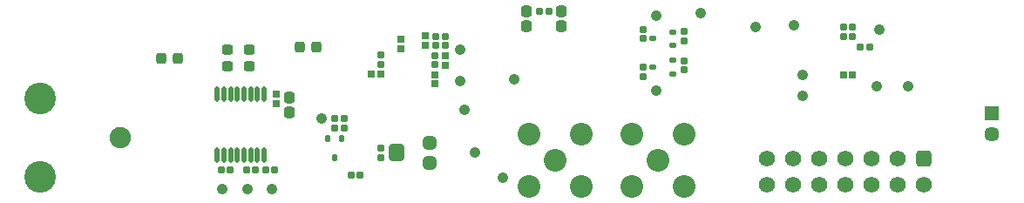
<source format=gbs>
G04*
G04 #@! TF.GenerationSoftware,Altium Limited,Altium Designer,24.10.1 (45)*
G04*
G04 Layer_Color=16711935*
%FSAX25Y25*%
%MOIN*%
G70*
G04*
G04 #@! TF.SameCoordinates,EC905C38-5B55-41C3-8357-A0E4B0657E30*
G04*
G04*
G04 #@! TF.FilePolarity,Negative*
G04*
G01*
G75*
G04:AMPARAMS|DCode=56|XSize=40.4mil|YSize=44.34mil|CornerRadius=10.85mil|HoleSize=0mil|Usage=FLASHONLY|Rotation=0.000|XOffset=0mil|YOffset=0mil|HoleType=Round|Shape=RoundedRectangle|*
%AMROUNDEDRECTD56*
21,1,0.04040,0.02264,0,0,0.0*
21,1,0.01870,0.04434,0,0,0.0*
1,1,0.02170,0.00935,-0.01132*
1,1,0.02170,-0.00935,-0.01132*
1,1,0.02170,-0.00935,0.01132*
1,1,0.02170,0.00935,0.01132*
%
%ADD56ROUNDEDRECTD56*%
G04:AMPARAMS|DCode=57|XSize=42.37mil|YSize=38.43mil|CornerRadius=10.36mil|HoleSize=0mil|Usage=FLASHONLY|Rotation=270.000|XOffset=0mil|YOffset=0mil|HoleType=Round|Shape=RoundedRectangle|*
%AMROUNDEDRECTD57*
21,1,0.04237,0.01772,0,0,270.0*
21,1,0.02165,0.03843,0,0,270.0*
1,1,0.02072,-0.00886,-0.01083*
1,1,0.02072,-0.00886,0.01083*
1,1,0.02072,0.00886,0.01083*
1,1,0.02072,0.00886,-0.01083*
%
%ADD57ROUNDEDRECTD57*%
G04:AMPARAMS|DCode=58|XSize=26.62mil|YSize=26.62mil|CornerRadius=7.41mil|HoleSize=0mil|Usage=FLASHONLY|Rotation=270.000|XOffset=0mil|YOffset=0mil|HoleType=Round|Shape=RoundedRectangle|*
%AMROUNDEDRECTD58*
21,1,0.02662,0.01181,0,0,270.0*
21,1,0.01181,0.02662,0,0,270.0*
1,1,0.01481,-0.00591,-0.00591*
1,1,0.01481,-0.00591,0.00591*
1,1,0.01481,0.00591,0.00591*
1,1,0.01481,0.00591,-0.00591*
%
%ADD58ROUNDEDRECTD58*%
G04:AMPARAMS|DCode=60|XSize=28.2mil|YSize=28.2mil|CornerRadius=7.8mil|HoleSize=0mil|Usage=FLASHONLY|Rotation=180.000|XOffset=0mil|YOffset=0mil|HoleType=Round|Shape=RoundedRectangle|*
%AMROUNDEDRECTD60*
21,1,0.02820,0.01260,0,0,180.0*
21,1,0.01260,0.02820,0,0,180.0*
1,1,0.01560,-0.00630,0.00630*
1,1,0.01560,0.00630,0.00630*
1,1,0.01560,0.00630,-0.00630*
1,1,0.01560,-0.00630,-0.00630*
%
%ADD60ROUNDEDRECTD60*%
G04:AMPARAMS|DCode=61|XSize=28.2mil|YSize=28.2mil|CornerRadius=7.8mil|HoleSize=0mil|Usage=FLASHONLY|Rotation=270.000|XOffset=0mil|YOffset=0mil|HoleType=Round|Shape=RoundedRectangle|*
%AMROUNDEDRECTD61*
21,1,0.02820,0.01260,0,0,270.0*
21,1,0.01260,0.02820,0,0,270.0*
1,1,0.01560,-0.00630,-0.00630*
1,1,0.01560,-0.00630,0.00630*
1,1,0.01560,0.00630,0.00630*
1,1,0.01560,0.00630,-0.00630*
%
%ADD61ROUNDEDRECTD61*%
%ADD75O,0.02072X0.05812*%
G04:AMPARAMS|DCode=80|XSize=26.62mil|YSize=26.62mil|CornerRadius=7.41mil|HoleSize=0mil|Usage=FLASHONLY|Rotation=0.000|XOffset=0mil|YOffset=0mil|HoleType=Round|Shape=RoundedRectangle|*
%AMROUNDEDRECTD80*
21,1,0.02662,0.01181,0,0,0.0*
21,1,0.01181,0.02662,0,0,0.0*
1,1,0.01481,0.00591,-0.00591*
1,1,0.01481,-0.00591,-0.00591*
1,1,0.01481,-0.00591,0.00591*
1,1,0.01481,0.00591,0.00591*
%
%ADD80ROUNDEDRECTD80*%
G04:AMPARAMS|DCode=84|XSize=42.37mil|YSize=38.43mil|CornerRadius=10.36mil|HoleSize=0mil|Usage=FLASHONLY|Rotation=0.000|XOffset=0mil|YOffset=0mil|HoleType=Round|Shape=RoundedRectangle|*
%AMROUNDEDRECTD84*
21,1,0.04237,0.01772,0,0,0.0*
21,1,0.02165,0.03843,0,0,0.0*
1,1,0.02072,0.01083,-0.00886*
1,1,0.02072,-0.01083,-0.00886*
1,1,0.02072,-0.01083,0.00886*
1,1,0.02072,0.01083,0.00886*
%
%ADD84ROUNDEDRECTD84*%
%ADD85C,0.12111*%
%ADD86C,0.08174*%
%ADD87C,0.08725*%
%ADD88C,0.05686*%
%ADD89R,0.05686X0.05686*%
%ADD90C,0.06206*%
G04:AMPARAMS|DCode=91|XSize=62.06mil|YSize=62.06mil|CornerRadius=16.26mil|HoleSize=0mil|Usage=FLASHONLY|Rotation=180.000|XOffset=0mil|YOffset=0mil|HoleType=Round|Shape=RoundedRectangle|*
%AMROUNDEDRECTD91*
21,1,0.06206,0.02953,0,0,180.0*
21,1,0.02953,0.06206,0,0,180.0*
1,1,0.03253,-0.01476,0.01476*
1,1,0.03253,0.01476,0.01476*
1,1,0.03253,0.01476,-0.01476*
1,1,0.03253,-0.01476,-0.01476*
%
%ADD91ROUNDEDRECTD91*%
%ADD115C,0.04237*%
G04:AMPARAMS|DCode=116|XSize=65.99mil|YSize=62.06mil|CornerRadius=16.26mil|HoleSize=0mil|Usage=FLASHONLY|Rotation=270.000|XOffset=0mil|YOffset=0mil|HoleType=Round|Shape=RoundedRectangle|*
%AMROUNDEDRECTD116*
21,1,0.06599,0.02953,0,0,270.0*
21,1,0.03347,0.06206,0,0,270.0*
1,1,0.03253,-0.01476,-0.01673*
1,1,0.03253,-0.01476,0.01673*
1,1,0.03253,0.01476,0.01673*
1,1,0.03253,0.01476,-0.01673*
%
%ADD116ROUNDEDRECTD116*%
G04:AMPARAMS|DCode=117|XSize=50.24mil|YSize=50.24mil|CornerRadius=13.31mil|HoleSize=0mil|Usage=FLASHONLY|Rotation=270.000|XOffset=0mil|YOffset=0mil|HoleType=Round|Shape=RoundedRectangle|*
%AMROUNDEDRECTD117*
21,1,0.05024,0.02362,0,0,270.0*
21,1,0.02362,0.05024,0,0,270.0*
1,1,0.02662,-0.01181,-0.01181*
1,1,0.02662,-0.01181,0.01181*
1,1,0.02662,0.01181,0.01181*
1,1,0.02662,0.01181,-0.01181*
%
%ADD117ROUNDEDRECTD117*%
G04:AMPARAMS|DCode=118|XSize=21.5mil|YSize=26.62mil|CornerRadius=6.13mil|HoleSize=0mil|Usage=FLASHONLY|Rotation=270.000|XOffset=0mil|YOffset=0mil|HoleType=Round|Shape=RoundedRectangle|*
%AMROUNDEDRECTD118*
21,1,0.02150,0.01437,0,0,270.0*
21,1,0.00925,0.02662,0,0,270.0*
1,1,0.01225,-0.00719,-0.00463*
1,1,0.01225,-0.00719,0.00463*
1,1,0.01225,0.00719,0.00463*
1,1,0.01225,0.00719,-0.00463*
%
%ADD118ROUNDEDRECTD118*%
G04:AMPARAMS|DCode=119|XSize=21.5mil|YSize=26.62mil|CornerRadius=6.13mil|HoleSize=0mil|Usage=FLASHONLY|Rotation=0.000|XOffset=0mil|YOffset=0mil|HoleType=Round|Shape=RoundedRectangle|*
%AMROUNDEDRECTD119*
21,1,0.02150,0.01437,0,0,0.0*
21,1,0.00925,0.02662,0,0,0.0*
1,1,0.01225,0.00463,-0.00719*
1,1,0.01225,-0.00463,-0.00719*
1,1,0.01225,-0.00463,0.00719*
1,1,0.01225,0.00463,0.00719*
%
%ADD119ROUNDEDRECTD119*%
D56*
X0113583Y0034252D02*
D03*
Y0039961D02*
D03*
X0204429Y0067224D02*
D03*
Y0072933D02*
D03*
X0217815Y0067224D02*
D03*
Y0072933D02*
D03*
D57*
X0064567Y0055020D02*
D03*
X0124114Y0059055D02*
D03*
X0117815D02*
D03*
X0070866Y0055020D02*
D03*
D58*
X0329134Y0066831D02*
D03*
X0325591D02*
D03*
X0329134Y0063090D02*
D03*
X0325591D02*
D03*
X0335531Y0059350D02*
D03*
X0331988D02*
D03*
X0104527Y0012205D02*
D03*
X0108071D02*
D03*
X0100787Y0012106D02*
D03*
X0097244D02*
D03*
X0091142D02*
D03*
X0087598D02*
D03*
X0209350Y0073032D02*
D03*
X0212894D02*
D03*
X0137303Y0010039D02*
D03*
X0140847D02*
D03*
D60*
X0108563Y0041083D02*
D03*
Y0037461D02*
D03*
X0173327Y0055945D02*
D03*
Y0052323D02*
D03*
X0156398Y0058524D02*
D03*
Y0062146D02*
D03*
X0165748Y0063524D02*
D03*
Y0059902D02*
D03*
X0169390Y0048661D02*
D03*
Y0045039D02*
D03*
D61*
X0325551Y0048425D02*
D03*
X0329173D02*
D03*
X0148661Y0048720D02*
D03*
X0145039D02*
D03*
D75*
X0104035Y0017815D02*
D03*
X0101476D02*
D03*
X0098917D02*
D03*
X0096358D02*
D03*
X0093799D02*
D03*
X0091240D02*
D03*
X0088681D02*
D03*
X0086122D02*
D03*
X0104035Y0041043D02*
D03*
X0101476D02*
D03*
X0098917D02*
D03*
X0096358D02*
D03*
X0093799D02*
D03*
X0091240D02*
D03*
X0088681D02*
D03*
X0086122D02*
D03*
D80*
X0148819Y0020472D02*
D03*
Y0016929D02*
D03*
X0248917Y0048031D02*
D03*
Y0051575D02*
D03*
X0248917Y0065945D02*
D03*
Y0062402D02*
D03*
X0264567Y0053937D02*
D03*
Y0050394D02*
D03*
Y0065158D02*
D03*
Y0061614D02*
D03*
X0169587Y0063287D02*
D03*
Y0059744D02*
D03*
X0173327Y0059744D02*
D03*
Y0063287D02*
D03*
X0131004Y0031791D02*
D03*
Y0028248D02*
D03*
X0148622Y0056201D02*
D03*
Y0052658D02*
D03*
X0134744Y0031791D02*
D03*
Y0028248D02*
D03*
X0169488Y0056004D02*
D03*
Y0052461D02*
D03*
D84*
X0089862Y0058071D02*
D03*
X0098228D02*
D03*
X0089862Y0051772D02*
D03*
X0098228D02*
D03*
D85*
X0018406Y0039469D02*
D03*
Y0009547D02*
D03*
D86*
X0049114Y0024508D02*
D03*
D87*
X0244724Y0005748D02*
D03*
X0264724D02*
D03*
Y0025748D02*
D03*
X0244724D02*
D03*
X0254724Y0015748D02*
D03*
X0205354Y0005748D02*
D03*
X0225354D02*
D03*
Y0025748D02*
D03*
X0205354D02*
D03*
X0215354Y0015748D02*
D03*
D88*
X0382480Y0025984D02*
D03*
D89*
Y0033858D02*
D03*
D90*
X0296424Y0006465D02*
D03*
Y0016417D02*
D03*
X0306424D02*
D03*
Y0006465D02*
D03*
X0316378Y0006417D02*
D03*
Y0016417D02*
D03*
X0326378Y0006417D02*
D03*
Y0016417D02*
D03*
X0356378Y0006417D02*
D03*
X0346378Y0016417D02*
D03*
Y0006417D02*
D03*
X0336378Y0016417D02*
D03*
Y0006417D02*
D03*
D91*
X0356378Y0016417D02*
D03*
D115*
X0350492Y0044094D02*
D03*
X0338484D02*
D03*
X0339469Y0065847D02*
D03*
X0088189Y0004823D02*
D03*
X0199606Y0046850D02*
D03*
X0179035Y0046358D02*
D03*
X0179134Y0058366D02*
D03*
X0254035Y0071063D02*
D03*
Y0042520D02*
D03*
X0291929Y0066732D02*
D03*
X0310039Y0040551D02*
D03*
Y0048622D02*
D03*
X0306594Y0067421D02*
D03*
X0184646Y0018898D02*
D03*
X0195276Y0009055D02*
D03*
X0180709Y0035039D02*
D03*
X0125886Y0031791D02*
D03*
X0107185Y0004823D02*
D03*
X0097835D02*
D03*
X0271063Y0072146D02*
D03*
D116*
X0154626Y0018701D02*
D03*
D117*
X0167421Y0014764D02*
D03*
Y0022638D02*
D03*
D118*
X0252854Y0051575D02*
D03*
X0260335Y0054134D02*
D03*
Y0049016D02*
D03*
X0252854Y0062402D02*
D03*
X0260335Y0064961D02*
D03*
Y0059842D02*
D03*
D119*
X0131004Y0016732D02*
D03*
X0128445Y0024213D02*
D03*
X0133563D02*
D03*
M02*

</source>
